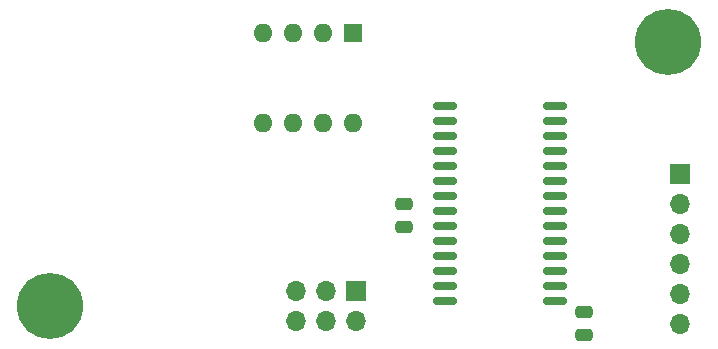
<source format=gbr>
%TF.GenerationSoftware,KiCad,Pcbnew,(6.0.1)*%
%TF.CreationDate,2022-03-15T19:28:32-04:00*%
%TF.ProjectId,WiFi-Board,57694669-2d42-46f6-9172-642e6b696361,rev?*%
%TF.SameCoordinates,Original*%
%TF.FileFunction,Soldermask,Bot*%
%TF.FilePolarity,Negative*%
%FSLAX46Y46*%
G04 Gerber Fmt 4.6, Leading zero omitted, Abs format (unit mm)*
G04 Created by KiCad (PCBNEW (6.0.1)) date 2022-03-15 19:28:32*
%MOMM*%
%LPD*%
G01*
G04 APERTURE LIST*
G04 Aperture macros list*
%AMRoundRect*
0 Rectangle with rounded corners*
0 $1 Rounding radius*
0 $2 $3 $4 $5 $6 $7 $8 $9 X,Y pos of 4 corners*
0 Add a 4 corners polygon primitive as box body*
4,1,4,$2,$3,$4,$5,$6,$7,$8,$9,$2,$3,0*
0 Add four circle primitives for the rounded corners*
1,1,$1+$1,$2,$3*
1,1,$1+$1,$4,$5*
1,1,$1+$1,$6,$7*
1,1,$1+$1,$8,$9*
0 Add four rect primitives between the rounded corners*
20,1,$1+$1,$2,$3,$4,$5,0*
20,1,$1+$1,$4,$5,$6,$7,0*
20,1,$1+$1,$6,$7,$8,$9,0*
20,1,$1+$1,$8,$9,$2,$3,0*%
G04 Aperture macros list end*
%ADD10R,1.700000X1.700000*%
%ADD11O,1.700000X1.700000*%
%ADD12C,5.600000*%
%ADD13R,1.600000X1.600000*%
%ADD14O,1.600000X1.600000*%
%ADD15RoundRect,0.150000X0.875000X0.150000X-0.875000X0.150000X-0.875000X-0.150000X0.875000X-0.150000X0*%
%ADD16RoundRect,0.250000X0.475000X-0.250000X0.475000X0.250000X-0.475000X0.250000X-0.475000X-0.250000X0*%
%ADD17RoundRect,0.250000X-0.475000X0.250000X-0.475000X-0.250000X0.475000X-0.250000X0.475000X0.250000X0*%
G04 APERTURE END LIST*
D10*
%TO.C,J1*%
X130033000Y-124709000D03*
D11*
X130033000Y-127249000D03*
X127493000Y-124709000D03*
X127493000Y-127249000D03*
X124953000Y-124709000D03*
X124953000Y-127249000D03*
%TD*%
D12*
%TO.C,REF\u002A\u002A*%
X104140000Y-125984000D03*
%TD*%
%TO.C,REF\u002A\u002A*%
X156464000Y-103632000D03*
%TD*%
D13*
%TO.C,SW1*%
X129784000Y-102880000D03*
D14*
X127244000Y-102880000D03*
X124704000Y-102880000D03*
X122164000Y-102880000D03*
X122164000Y-110500000D03*
X124704000Y-110500000D03*
X127244000Y-110500000D03*
X129784000Y-110500000D03*
%TD*%
D10*
%TO.C,J2*%
X157480000Y-114808000D03*
D11*
X157480000Y-117348000D03*
X157480000Y-119888000D03*
X157480000Y-122428000D03*
X157480000Y-124968000D03*
X157480000Y-127508000D03*
%TD*%
D15*
%TO.C,U2*%
X146890000Y-109093000D03*
X146890000Y-110363000D03*
X146890000Y-111633000D03*
X146890000Y-112903000D03*
X146890000Y-114173000D03*
X146890000Y-115443000D03*
X146890000Y-116713000D03*
X146890000Y-117983000D03*
X146890000Y-119253000D03*
X146890000Y-120523000D03*
X146890000Y-121793000D03*
X146890000Y-123063000D03*
X146890000Y-124333000D03*
X146890000Y-125603000D03*
X137590000Y-125603000D03*
X137590000Y-124333000D03*
X137590000Y-123063000D03*
X137590000Y-121793000D03*
X137590000Y-120523000D03*
X137590000Y-119253000D03*
X137590000Y-117983000D03*
X137590000Y-116713000D03*
X137590000Y-115443000D03*
X137590000Y-114173000D03*
X137590000Y-112903000D03*
X137590000Y-111633000D03*
X137590000Y-110363000D03*
X137590000Y-109093000D03*
%TD*%
D16*
%TO.C,C6*%
X134112000Y-119314000D03*
X134112000Y-117414000D03*
%TD*%
D17*
%TO.C,C7*%
X149352000Y-126558000D03*
X149352000Y-128458000D03*
%TD*%
M02*

</source>
